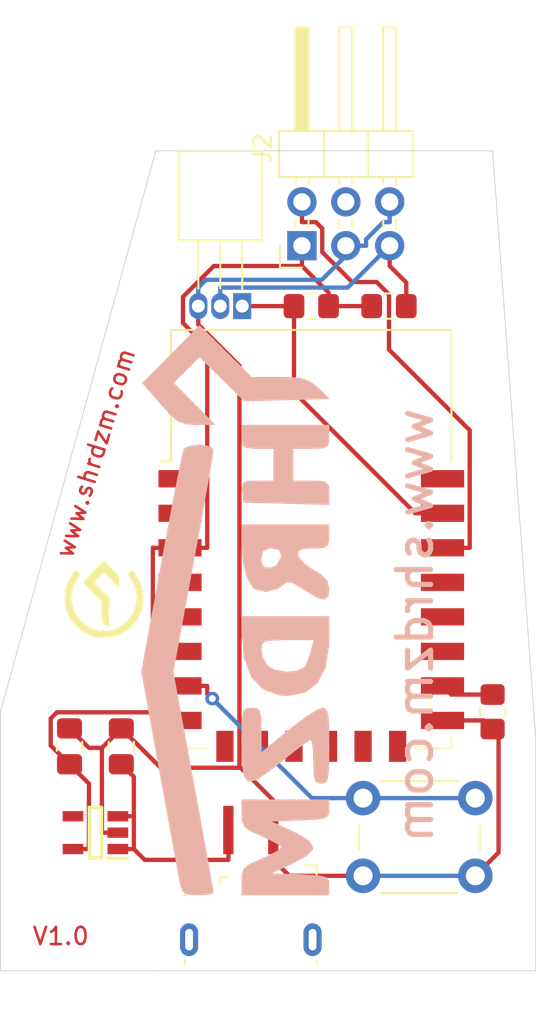
<source format=kicad_pcb>
(kicad_pcb (version 20171130) (host pcbnew "(5.1.9)-1")

  (general
    (thickness 1.6)
    (drawings 10)
    (tracks 94)
    (zones 0)
    (modules 13)
    (nets 26)
  )

  (page A4)
  (layers
    (0 F.Cu signal)
    (31 B.Cu signal)
    (32 B.Adhes user)
    (33 F.Adhes user)
    (34 B.Paste user)
    (35 F.Paste user)
    (36 B.SilkS user)
    (37 F.SilkS user)
    (38 B.Mask user)
    (39 F.Mask user)
    (40 Dwgs.User user)
    (41 Cmts.User user)
    (42 Eco1.User user)
    (43 Eco2.User user)
    (44 Edge.Cuts user)
    (45 Margin user)
    (46 B.CrtYd user)
    (47 F.CrtYd user)
    (48 B.Fab user)
    (49 F.Fab user)
  )

  (setup
    (last_trace_width 0.25)
    (trace_clearance 0.2)
    (zone_clearance 0.508)
    (zone_45_only no)
    (trace_min 0.2)
    (via_size 0.8)
    (via_drill 0.4)
    (via_min_size 0.4)
    (via_min_drill 0.3)
    (uvia_size 0.3)
    (uvia_drill 0.1)
    (uvias_allowed no)
    (uvia_min_size 0.2)
    (uvia_min_drill 0.1)
    (edge_width 0.05)
    (segment_width 0.2)
    (pcb_text_width 0.3)
    (pcb_text_size 1.5 1.5)
    (mod_edge_width 0.12)
    (mod_text_size 1 1)
    (mod_text_width 0.15)
    (pad_size 1.524 1.524)
    (pad_drill 0.762)
    (pad_to_mask_clearance 0)
    (aux_axis_origin 0 0)
    (visible_elements 7FFFFFFF)
    (pcbplotparams
      (layerselection 0x010f0_ffffffff)
      (usegerberextensions false)
      (usegerberattributes false)
      (usegerberadvancedattributes false)
      (creategerberjobfile true)
      (excludeedgelayer true)
      (linewidth 0.100000)
      (plotframeref false)
      (viasonmask false)
      (mode 1)
      (useauxorigin false)
      (hpglpennumber 1)
      (hpglpenspeed 20)
      (hpglpendiameter 15.000000)
      (psnegative false)
      (psa4output false)
      (plotreference true)
      (plotvalue true)
      (plotinvisibletext false)
      (padsonsilk false)
      (subtractmaskfromsilk false)
      (outputformat 1)
      (mirror false)
      (drillshape 0)
      (scaleselection 1)
      (outputdirectory "Gerber/"))
  )

  (net 0 "")
  (net 1 GND)
  (net 2 +5V)
  (net 3 +3V3)
  (net 4 "Net-(J2-Pad2)")
  (net 5 "Net-(J2-Pad4)")
  (net 6 "Net-(J2-Pad5)")
  (net 7 "Net-(Q1-Pad1)")
  (net 8 "Net-(R3-Pad2)")
  (net 9 "Net-(SW1-Pad1)")
  (net 10 "Net-(U2-Pad1)")
  (net 11 "Net-(U2-Pad2)")
  (net 12 "Net-(U2-Pad4)")
  (net 13 "Net-(U2-Pad5)")
  (net 14 "Net-(U2-Pad6)")
  (net 15 "Net-(U2-Pad9)")
  (net 16 "Net-(U2-Pad10)")
  (net 17 "Net-(U2-Pad11)")
  (net 18 "Net-(U2-Pad12)")
  (net 19 "Net-(U2-Pad13)")
  (net 20 "Net-(U2-Pad14)")
  (net 21 "Net-(U2-Pad17)")
  (net 22 "Net-(U2-Pad18)")
  (net 23 "Net-(U2-Pad19)")
  (net 24 "Net-(U2-Pad22)")
  (net 25 "Net-(IC1-Pad4)")

  (net_class Default "This is the default net class."
    (clearance 0.2)
    (trace_width 0.25)
    (via_dia 0.8)
    (via_drill 0.4)
    (uvia_dia 0.3)
    (uvia_drill 0.1)
    (add_net +3V3)
    (add_net +5V)
    (add_net GND)
    (add_net "Net-(IC1-Pad4)")
    (add_net "Net-(J2-Pad2)")
    (add_net "Net-(J2-Pad4)")
    (add_net "Net-(J2-Pad5)")
    (add_net "Net-(Q1-Pad1)")
    (add_net "Net-(R3-Pad2)")
    (add_net "Net-(SW1-Pad1)")
    (add_net "Net-(U2-Pad1)")
    (add_net "Net-(U2-Pad10)")
    (add_net "Net-(U2-Pad11)")
    (add_net "Net-(U2-Pad12)")
    (add_net "Net-(U2-Pad13)")
    (add_net "Net-(U2-Pad14)")
    (add_net "Net-(U2-Pad17)")
    (add_net "Net-(U2-Pad18)")
    (add_net "Net-(U2-Pad19)")
    (add_net "Net-(U2-Pad2)")
    (add_net "Net-(U2-Pad22)")
    (add_net "Net-(U2-Pad4)")
    (add_net "Net-(U2-Pad5)")
    (add_net "Net-(U2-Pad6)")
    (add_net "Net-(U2-Pad9)")
  )

  (module Package_TO_SOT_THT:TO-92_Inline_Horizontal1 (layer F.Cu) (tedit 5A27990F) (tstamp 605471D9)
    (at 66.5 47.5 180)
    (descr "TO-92 horizontal, leads in-line, narrow, oval pads, drill 0.75mm (see NXP sot054_po.pdf)")
    (tags "to-92 sc-43 sc-43a sot54 PA33 transistor")
    (path /6059183E)
    (fp_text reference Q1 (at 1.27 -1.78) (layer F.SilkS) hide
      (effects (font (size 1 1) (thickness 0.15)))
    )
    (fp_text value BC547 (at 1.27 10.03) (layer F.Fab)
      (effects (font (size 1 1) (thickness 0.15)))
    )
    (fp_line (start 2.54 3.94) (end 2.54 1.02) (layer F.Fab) (width 0.1))
    (fp_line (start 1.27 3.94) (end 1.27 1.02) (layer F.Fab) (width 0.1))
    (fp_line (start 0 3.94) (end 0 1.02) (layer F.Fab) (width 0.1))
    (fp_line (start -1.02 8.89) (end -1.02 3.94) (layer F.Fab) (width 0.1))
    (fp_line (start -1.02 3.94) (end 3.56 3.94) (layer F.Fab) (width 0.1))
    (fp_line (start 3.56 3.94) (end 3.56 8.89) (layer F.Fab) (width 0.1))
    (fp_line (start 3.56 8.89) (end -1.02 8.89) (layer F.Fab) (width 0.1))
    (fp_line (start 0 1.02) (end 0 3.81) (layer F.SilkS) (width 0.12))
    (fp_line (start 1.27 1.02) (end 1.27 3.81) (layer F.SilkS) (width 0.12))
    (fp_line (start 2.54 1.02) (end 2.54 3.81) (layer F.SilkS) (width 0.12))
    (fp_line (start -1.13 3.81) (end 3.67 3.81) (layer F.SilkS) (width 0.12))
    (fp_line (start 3.67 3.81) (end 3.67 9) (layer F.SilkS) (width 0.12))
    (fp_line (start 3.67 9) (end -1.13 9) (layer F.SilkS) (width 0.12))
    (fp_line (start -1.13 9) (end -1.13 3.81) (layer F.SilkS) (width 0.12))
    (fp_line (start -1.27 -1) (end 3.81 -1) (layer F.CrtYd) (width 0.05))
    (fp_line (start -1.27 -1) (end -1.27 9.14) (layer F.CrtYd) (width 0.05))
    (fp_line (start 3.81 9.14) (end 3.81 -1) (layer F.CrtYd) (width 0.05))
    (fp_line (start 3.81 9.14) (end -1.27 9.14) (layer F.CrtYd) (width 0.05))
    (fp_text user %R (at 1.27 6.4) (layer F.Fab)
      (effects (font (size 1 1) (thickness 0.15)))
    )
    (pad 1 thru_hole rect (at 0 0 180) (size 1.05 1.5) (drill 0.75) (layers *.Cu *.Mask)
      (net 7 "Net-(Q1-Pad1)"))
    (pad 3 thru_hole oval (at 2.54 0 180) (size 1.05 1.5) (drill 0.75) (layers *.Cu *.Mask)
      (net 1 GND))
    (pad 2 thru_hole oval (at 1.27 0 180) (size 1.05 1.5) (drill 0.75) (layers *.Cu *.Mask)
      (net 6 "Net-(J2-Pad5)"))
    (model ${KISYS3DMOD}/Package_TO_SOT_THT.3dshapes/TO-92_Inline_Horizontal1.wrl
      (at (xyz 0 0 0))
      (scale (xyz 1 1 1))
      (rotate (xyz 0 0 0))
    )
  )

  (module SHRDZM:USB_Micro-B_Power (layer F.Cu) (tedit 6055B067) (tstamp 60561B2C)
    (at 67 83)
    (tags "Micro-USB Power")
    (path /605D392E)
    (attr smd)
    (fp_text reference J1 (at 0.05 -7.3) (layer F.SilkS) hide
      (effects (font (size 1 1) (thickness 0.15)))
    )
    (fp_text value USB_B_Micro_Power (at 0 5.2) (layer F.Fab)
      (effects (font (size 1 1) (thickness 0.15)))
    )
    (fp_line (start -1.1 -2.16) (end -1.1 -1.95) (layer F.Fab) (width 0.1))
    (fp_line (start -1.5 -2.16) (end -1.5 -1.95) (layer F.Fab) (width 0.1))
    (fp_line (start -1.5 -2.16) (end -1.1 -2.16) (layer F.Fab) (width 0.1))
    (fp_line (start -1.1 -1.95) (end -1.3 -1.75) (layer F.Fab) (width 0.1))
    (fp_line (start -1.3 -1.75) (end -1.5 -1.95) (layer F.Fab) (width 0.1))
    (fp_line (start -1.76 -2.41) (end -1.76 -2.02) (layer F.SilkS) (width 0.12))
    (fp_line (start -1.76 -2.41) (end -1.31 -2.41) (layer F.SilkS) (width 0.12))
    (fp_line (start 3.775 -3.1) (end 3.125 -3.1) (layer F.SilkS) (width 0.12))
    (fp_line (start 3.81 -1.37) (end 3.81 -3.1) (layer F.SilkS) (width 0.12))
    (fp_line (start -3.81 2.59) (end -3.81 2.38) (layer F.SilkS) (width 0.12))
    (fp_line (start -3.7 3.95) (end -3.7 -1.6) (layer F.Fab) (width 0.1))
    (fp_line (start -3.7 -1.6) (end 3.7 -1.6) (layer F.Fab) (width 0.1))
    (fp_line (start -3.7 3.95) (end 3.7 3.95) (layer F.Fab) (width 0.1))
    (fp_line (start -3 2.65) (end 3 2.65) (layer F.Fab) (width 0.1))
    (fp_line (start 3.7 3.95) (end 3.7 -1.6) (layer F.Fab) (width 0.1))
    (fp_line (start 3.81 2.59) (end 3.81 2.38) (layer F.SilkS) (width 0.12))
    (fp_line (start -3.81 -1.37) (end -3.81 -3.1) (layer F.SilkS) (width 0.12))
    (fp_line (start -3.7 -3.1) (end -3.04 -3.1) (layer F.SilkS) (width 0.12))
    (fp_line (start -4.6 4.45) (end -4.6 -2.65) (layer F.CrtYd) (width 0.05))
    (fp_line (start -4.6 -2.65) (end 4.6 -2.65) (layer F.CrtYd) (width 0.05))
    (fp_line (start 4.6 -2.65) (end 4.6 4.45) (layer F.CrtYd) (width 0.05))
    (fp_line (start -4.6 4.45) (end 4.6 4.45) (layer F.CrtYd) (width 0.05))
    (fp_text user %R (at 0 0.85) (layer F.Fab)
      (effects (font (size 1 1) (thickness 0.15)))
    )
    (pad 1 smd rect (at -1.3 -5.15) (size 0.6 2.8) (layers F.Cu F.Paste F.Mask)
      (net 2 +5V))
    (pad 5 smd rect (at 1.3 -5.15) (size 0.6 2.8) (layers F.Cu F.Paste F.Mask)
      (net 1 GND))
    (pad "" thru_hole oval (at -3.575 1.2 180) (size 1.05 1.9) (drill oval 0.45 1.25) (layers *.Cu *.Mask))
    (pad "" thru_hole oval (at 3.575 1.2) (size 1.05 1.9) (drill oval 0.45 1.25) (layers *.Cu *.Mask))
    (model C:/Users/Erich/Nextcloud/Diverses/KiCAD/model/USB_Micro-B_Power.wrl
      (at (xyz 0 0 0))
      (scale (xyz 1 1 1))
      (rotate (xyz 0 0 0))
    )
  )

  (module "SHRDZM:SHRDZM Symbol 5x5" (layer F.Cu) (tedit 0) (tstamp 60550FF7)
    (at 58.5 64.5)
    (fp_text reference G1 (at 0 0) (layer F.SilkS) hide
      (effects (font (size 1.524 1.524) (thickness 0.3)))
    )
    (fp_text value LOGO (at 0.75 0) (layer F.SilkS) hide
      (effects (font (size 1.524 1.524) (thickness 0.3)))
    )
    (fp_poly (pts (xy -1.506686 -1.625883) (xy -1.503334 -1.622852) (xy -1.398724 -1.505223) (xy -1.412956 -1.400282)
      (xy -1.469728 -1.316374) (xy -1.75387 -0.815712) (xy -1.886962 -0.30033) (xy -1.870112 0.211618)
      (xy -1.704429 0.701978) (xy -1.391021 1.152595) (xy -1.314082 1.233002) (xy -0.864498 1.5863)
      (xy -0.389162 1.785985) (xy 0.097619 1.832058) (xy 0.581538 1.724518) (xy 1.048286 1.463366)
      (xy 1.314081 1.233002) (xy 1.655709 0.792086) (xy 1.849824 0.307945) (xy 1.895319 -0.201268)
      (xy 1.791085 -0.717399) (xy 1.536013 -1.222293) (xy 1.469727 -1.316374) (xy 1.392661 -1.44994)
      (xy 1.429417 -1.550408) (xy 1.503333 -1.622852) (xy 1.595643 -1.694892) (xy 1.669653 -1.693628)
      (xy 1.758787 -1.598696) (xy 1.896469 -1.389728) (xy 1.903109 -1.379261) (xy 2.154504 -0.894106)
      (xy 2.275576 -0.412973) (xy 2.281585 0.121397) (xy 2.159228 0.698) (xy 1.896881 1.216996)
      (xy 1.509151 1.656847) (xy 1.010647 1.996013) (xy 1.009923 1.996385) (xy 0.657971 2.119791)
      (xy 0.226438 2.189529) (xy -0.218985 2.201228) (xy -0.612607 2.150515) (xy -0.738348 2.112708)
      (xy -1.277564 1.834626) (xy -1.717995 1.449179) (xy -2.044617 0.977102) (xy -2.242407 0.439127)
      (xy -2.297949 -0.039688) (xy -2.260217 -0.53047) (xy -2.125067 -0.969971) (xy -1.902146 -1.380781)
      (xy -1.762284 -1.59393) (xy -1.672115 -1.692258) (xy -1.598096 -1.696122) (xy -1.506686 -1.625883)) (layer F.SilkS) (width 0.01))
    (fp_poly (pts (xy 0.436196 -1.825987) (xy 0.66022 -1.596669) (xy 0.791224 -1.429677) (xy 0.853769 -1.280676)
      (xy 0.872417 -1.105331) (xy 0.873125 -1.037298) (xy 0.873125 -0.680111) (xy 0.43736 -1.110462)
      (xy 0.001596 -1.540814) (xy -0.278011 -1.269809) (xy -0.557617 -0.998804) (xy 0.322975 -0.108926)
      (xy 0.300394 0.784464) (xy 0.277812 1.677854) (xy 0.059531 1.44974) (xy -0.057965 1.309741)
      (xy -0.123848 1.16476) (xy -0.15261 0.9629) (xy -0.15875 0.668051) (xy -0.15875 0.114476)
      (xy -0.674688 -0.396875) (xy -0.902046 -0.630826) (xy -1.078259 -0.828545) (xy -1.177694 -0.960471)
      (xy -1.190625 -0.991882) (xy -1.137382 -1.079261) (xy -0.993484 -1.249778) (xy -0.782674 -1.476507)
      (xy -0.595679 -1.666512) (xy -0.000732 -2.257487) (xy 0.436196 -1.825987)) (layer F.SilkS) (width 0.01))
  )

  (module Resistor_SMD:R_0805_2012Metric_Pad1.20x1.40mm_HandSolder (layer F.Cu) (tedit 5F68FEEE) (tstamp 6054FC80)
    (at 81 71 90)
    (descr "Resistor SMD 0805 (2012 Metric), square (rectangular) end terminal, IPC_7351 nominal with elongated pad for handsoldering. (Body size source: IPC-SM-782 page 72, https://www.pcb-3d.com/wordpress/wp-content/uploads/ipc-sm-782a_amendment_1_and_2.pdf), generated with kicad-footprint-generator")
    (tags "resistor handsolder")
    (path /60596A0F)
    (attr smd)
    (fp_text reference R3 (at 0 -1.65 90) (layer F.SilkS) hide
      (effects (font (size 1 1) (thickness 0.15)))
    )
    (fp_text value 10k (at 0 1.65 90) (layer F.Fab)
      (effects (font (size 1 1) (thickness 0.15)))
    )
    (fp_line (start -1 0.625) (end -1 -0.625) (layer F.Fab) (width 0.1))
    (fp_line (start -1 -0.625) (end 1 -0.625) (layer F.Fab) (width 0.1))
    (fp_line (start 1 -0.625) (end 1 0.625) (layer F.Fab) (width 0.1))
    (fp_line (start 1 0.625) (end -1 0.625) (layer F.Fab) (width 0.1))
    (fp_line (start -0.227064 -0.735) (end 0.227064 -0.735) (layer F.SilkS) (width 0.12))
    (fp_line (start -0.227064 0.735) (end 0.227064 0.735) (layer F.SilkS) (width 0.12))
    (fp_line (start -1.85 0.95) (end -1.85 -0.95) (layer F.CrtYd) (width 0.05))
    (fp_line (start -1.85 -0.95) (end 1.85 -0.95) (layer F.CrtYd) (width 0.05))
    (fp_line (start 1.85 -0.95) (end 1.85 0.95) (layer F.CrtYd) (width 0.05))
    (fp_line (start 1.85 0.95) (end -1.85 0.95) (layer F.CrtYd) (width 0.05))
    (fp_text user %R (at 0 0 90) (layer F.Fab)
      (effects (font (size 0.5 0.5) (thickness 0.08)))
    )
    (pad 2 smd roundrect (at 1 0 90) (size 1.2 1.4) (layers F.Cu F.Paste F.Mask) (roundrect_rratio 0.2083325)
      (net 8 "Net-(R3-Pad2)"))
    (pad 1 smd roundrect (at -1 0 90) (size 1.2 1.4) (layers F.Cu F.Paste F.Mask) (roundrect_rratio 0.2083325)
      (net 1 GND))
    (model ${KISYS3DMOD}/Resistor_SMD.3dshapes/R_0805_2012Metric.wrl
      (at (xyz 0 0 0))
      (scale (xyz 1 1 1))
      (rotate (xyz 0 0 0))
    )
  )

  (module Resistor_SMD:R_0805_2012Metric_Pad1.20x1.40mm_HandSolder (layer F.Cu) (tedit 5F68FEEE) (tstamp 605471FB)
    (at 75 47.5 180)
    (descr "Resistor SMD 0805 (2012 Metric), square (rectangular) end terminal, IPC_7351 nominal with elongated pad for handsoldering. (Body size source: IPC-SM-782 page 72, https://www.pcb-3d.com/wordpress/wp-content/uploads/ipc-sm-782a_amendment_1_and_2.pdf), generated with kicad-footprint-generator")
    (tags "resistor handsolder")
    (path /605543CB)
    (attr smd)
    (fp_text reference R2 (at 0 -1.65) (layer F.SilkS) hide
      (effects (font (size 1 1) (thickness 0.15)))
    )
    (fp_text value 10k (at 0 1.65) (layer F.Fab)
      (effects (font (size 1 1) (thickness 0.15)))
    )
    (fp_line (start -1 0.625) (end -1 -0.625) (layer F.Fab) (width 0.1))
    (fp_line (start -1 -0.625) (end 1 -0.625) (layer F.Fab) (width 0.1))
    (fp_line (start 1 -0.625) (end 1 0.625) (layer F.Fab) (width 0.1))
    (fp_line (start 1 0.625) (end -1 0.625) (layer F.Fab) (width 0.1))
    (fp_line (start -0.227064 -0.735) (end 0.227064 -0.735) (layer F.SilkS) (width 0.12))
    (fp_line (start -0.227064 0.735) (end 0.227064 0.735) (layer F.SilkS) (width 0.12))
    (fp_line (start -1.85 0.95) (end -1.85 -0.95) (layer F.CrtYd) (width 0.05))
    (fp_line (start -1.85 -0.95) (end 1.85 -0.95) (layer F.CrtYd) (width 0.05))
    (fp_line (start 1.85 -0.95) (end 1.85 0.95) (layer F.CrtYd) (width 0.05))
    (fp_line (start 1.85 0.95) (end -1.85 0.95) (layer F.CrtYd) (width 0.05))
    (fp_text user %R (at 0 0) (layer F.Fab)
      (effects (font (size 0.5 0.5) (thickness 0.08)))
    )
    (pad 2 smd roundrect (at 1 0 180) (size 1.2 1.4) (layers F.Cu F.Paste F.Mask) (roundrect_rratio 0.2083325)
      (net 3 +3V3))
    (pad 1 smd roundrect (at -1 0 180) (size 1.2 1.4) (layers F.Cu F.Paste F.Mask) (roundrect_rratio 0.2083325)
      (net 6 "Net-(J2-Pad5)"))
    (model ${KISYS3DMOD}/Resistor_SMD.3dshapes/R_0805_2012Metric.wrl
      (at (xyz 0 0 0))
      (scale (xyz 1 1 1))
      (rotate (xyz 0 0 0))
    )
  )

  (module Resistor_SMD:R_0805_2012Metric_Pad1.20x1.40mm_HandSolder (layer F.Cu) (tedit 5F68FEEE) (tstamp 605471EA)
    (at 70.5 47.5 180)
    (descr "Resistor SMD 0805 (2012 Metric), square (rectangular) end terminal, IPC_7351 nominal with elongated pad for handsoldering. (Body size source: IPC-SM-782 page 72, https://www.pcb-3d.com/wordpress/wp-content/uploads/ipc-sm-782a_amendment_1_and_2.pdf), generated with kicad-footprint-generator")
    (tags "resistor handsolder")
    (path /6054E299)
    (attr smd)
    (fp_text reference R1 (at 0 -1.65) (layer F.SilkS) hide
      (effects (font (size 1 1) (thickness 0.15)))
    )
    (fp_text value 10k (at 0 1.65) (layer F.Fab)
      (effects (font (size 1 1) (thickness 0.15)))
    )
    (fp_line (start -1 0.625) (end -1 -0.625) (layer F.Fab) (width 0.1))
    (fp_line (start -1 -0.625) (end 1 -0.625) (layer F.Fab) (width 0.1))
    (fp_line (start 1 -0.625) (end 1 0.625) (layer F.Fab) (width 0.1))
    (fp_line (start 1 0.625) (end -1 0.625) (layer F.Fab) (width 0.1))
    (fp_line (start -0.227064 -0.735) (end 0.227064 -0.735) (layer F.SilkS) (width 0.12))
    (fp_line (start -0.227064 0.735) (end 0.227064 0.735) (layer F.SilkS) (width 0.12))
    (fp_line (start -1.85 0.95) (end -1.85 -0.95) (layer F.CrtYd) (width 0.05))
    (fp_line (start -1.85 -0.95) (end 1.85 -0.95) (layer F.CrtYd) (width 0.05))
    (fp_line (start 1.85 -0.95) (end 1.85 0.95) (layer F.CrtYd) (width 0.05))
    (fp_line (start 1.85 0.95) (end -1.85 0.95) (layer F.CrtYd) (width 0.05))
    (fp_text user %R (at 0 0) (layer F.Fab)
      (effects (font (size 0.5 0.5) (thickness 0.08)))
    )
    (pad 2 smd roundrect (at 1 0 180) (size 1.2 1.4) (layers F.Cu F.Paste F.Mask) (roundrect_rratio 0.2083325)
      (net 7 "Net-(Q1-Pad1)"))
    (pad 1 smd roundrect (at -1 0 180) (size 1.2 1.4) (layers F.Cu F.Paste F.Mask) (roundrect_rratio 0.2083325)
      (net 3 +3V3))
    (model ${KISYS3DMOD}/Resistor_SMD.3dshapes/R_0805_2012Metric.wrl
      (at (xyz 0 0 0))
      (scale (xyz 1 1 1))
      (rotate (xyz 0 0 0))
    )
  )

  (module RF_Module:ESP-12E (layer F.Cu) (tedit 5A030172) (tstamp 6054727C)
    (at 70.5 61)
    (descr "Wi-Fi Module, http://wiki.ai-thinker.com/_media/esp8266/docs/aithinker_esp_12f_datasheet_en.pdf")
    (tags "Wi-Fi Module")
    (path /60539BCE)
    (attr smd)
    (fp_text reference U2 (at -10.56 -5.26) (layer F.SilkS) hide
      (effects (font (size 1 1) (thickness 0.15)))
    )
    (fp_text value ESP-12F (at -0.06 -12.78) (layer F.Fab)
      (effects (font (size 1 1) (thickness 0.15)))
    )
    (fp_line (start -8 -12) (end 8 -12) (layer F.Fab) (width 0.12))
    (fp_line (start 8 -12) (end 8 12) (layer F.Fab) (width 0.12))
    (fp_line (start 8 12) (end -8 12) (layer F.Fab) (width 0.12))
    (fp_line (start -8 12) (end -8 -3) (layer F.Fab) (width 0.12))
    (fp_line (start -8 -3) (end -7.5 -3.5) (layer F.Fab) (width 0.12))
    (fp_line (start -7.5 -3.5) (end -8 -4) (layer F.Fab) (width 0.12))
    (fp_line (start -8 -4) (end -8 -12) (layer F.Fab) (width 0.12))
    (fp_line (start -9.05 -12.2) (end 9.05 -12.2) (layer F.CrtYd) (width 0.05))
    (fp_line (start 9.05 -12.2) (end 9.05 13.1) (layer F.CrtYd) (width 0.05))
    (fp_line (start 9.05 13.1) (end -9.05 13.1) (layer F.CrtYd) (width 0.05))
    (fp_line (start -9.05 13.1) (end -9.05 -12.2) (layer F.CrtYd) (width 0.05))
    (fp_line (start -8.12 -12.12) (end 8.12 -12.12) (layer F.SilkS) (width 0.12))
    (fp_line (start 8.12 -12.12) (end 8.12 -4.5) (layer F.SilkS) (width 0.12))
    (fp_line (start 8.12 11.5) (end 8.12 12.12) (layer F.SilkS) (width 0.12))
    (fp_line (start 8.12 12.12) (end 6 12.12) (layer F.SilkS) (width 0.12))
    (fp_line (start -6 12.12) (end -8.12 12.12) (layer F.SilkS) (width 0.12))
    (fp_line (start -8.12 12.12) (end -8.12 11.5) (layer F.SilkS) (width 0.12))
    (fp_line (start -8.12 -4.5) (end -8.12 -12.12) (layer F.SilkS) (width 0.12))
    (fp_line (start -8.12 -4.5) (end -8.73 -4.5) (layer F.SilkS) (width 0.12))
    (fp_line (start -8.12 -12.12) (end 8.12 -12.12) (layer Dwgs.User) (width 0.12))
    (fp_line (start 8.12 -12.12) (end 8.12 -4.8) (layer Dwgs.User) (width 0.12))
    (fp_line (start 8.12 -4.8) (end -8.12 -4.8) (layer Dwgs.User) (width 0.12))
    (fp_line (start -8.12 -4.8) (end -8.12 -12.12) (layer Dwgs.User) (width 0.12))
    (fp_line (start -8.12 -9.12) (end -5.12 -12.12) (layer Dwgs.User) (width 0.12))
    (fp_line (start -8.12 -6.12) (end -2.12 -12.12) (layer Dwgs.User) (width 0.12))
    (fp_line (start -6.44 -4.8) (end 0.88 -12.12) (layer Dwgs.User) (width 0.12))
    (fp_line (start -3.44 -4.8) (end 3.88 -12.12) (layer Dwgs.User) (width 0.12))
    (fp_line (start -0.44 -4.8) (end 6.88 -12.12) (layer Dwgs.User) (width 0.12))
    (fp_line (start 2.56 -4.8) (end 8.12 -10.36) (layer Dwgs.User) (width 0.12))
    (fp_line (start 5.56 -4.8) (end 8.12 -7.36) (layer Dwgs.User) (width 0.12))
    (fp_text user Antenna (at -0.06 -7 180) (layer Cmts.User)
      (effects (font (size 1 1) (thickness 0.15)))
    )
    (fp_text user "KEEP-OUT ZONE" (at 0.03 -9.55 180) (layer Cmts.User)
      (effects (font (size 1 1) (thickness 0.15)))
    )
    (fp_text user %R (at 0.49 -0.8) (layer F.Fab) hide
      (effects (font (size 1 1) (thickness 0.15)))
    )
    (pad 1 smd rect (at -7.6 -3.5) (size 2.5 1) (layers F.Cu F.Paste F.Mask)
      (net 10 "Net-(U2-Pad1)"))
    (pad 2 smd rect (at -7.6 -1.5) (size 2.5 1) (layers F.Cu F.Paste F.Mask)
      (net 11 "Net-(U2-Pad2)"))
    (pad 3 smd rect (at -7.6 0.5) (size 2.5 1) (layers F.Cu F.Paste F.Mask)
      (net 3 +3V3))
    (pad 4 smd rect (at -7.6 2.5) (size 2.5 1) (layers F.Cu F.Paste F.Mask)
      (net 12 "Net-(U2-Pad4)"))
    (pad 5 smd rect (at -7.6 4.5) (size 2.5 1) (layers F.Cu F.Paste F.Mask)
      (net 13 "Net-(U2-Pad5)"))
    (pad 6 smd rect (at -7.6 6.5) (size 2.5 1) (layers F.Cu F.Paste F.Mask)
      (net 14 "Net-(U2-Pad6)"))
    (pad 7 smd rect (at -7.6 8.5) (size 2.5 1) (layers F.Cu F.Paste F.Mask)
      (net 9 "Net-(SW1-Pad1)"))
    (pad 8 smd rect (at -7.6 10.5) (size 2.5 1) (layers F.Cu F.Paste F.Mask)
      (net 3 +3V3))
    (pad 9 smd rect (at -5 12) (size 1 1.8) (layers F.Cu F.Paste F.Mask)
      (net 15 "Net-(U2-Pad9)"))
    (pad 10 smd rect (at -3 12) (size 1 1.8) (layers F.Cu F.Paste F.Mask)
      (net 16 "Net-(U2-Pad10)"))
    (pad 11 smd rect (at -1 12) (size 1 1.8) (layers F.Cu F.Paste F.Mask)
      (net 17 "Net-(U2-Pad11)"))
    (pad 12 smd rect (at 1 12) (size 1 1.8) (layers F.Cu F.Paste F.Mask)
      (net 18 "Net-(U2-Pad12)"))
    (pad 13 smd rect (at 3 12) (size 1 1.8) (layers F.Cu F.Paste F.Mask)
      (net 19 "Net-(U2-Pad13)"))
    (pad 14 smd rect (at 5 12) (size 1 1.8) (layers F.Cu F.Paste F.Mask)
      (net 20 "Net-(U2-Pad14)"))
    (pad 15 smd rect (at 7.6 10.5) (size 2.5 1) (layers F.Cu F.Paste F.Mask)
      (net 1 GND))
    (pad 16 smd rect (at 7.6 8.5) (size 2.5 1) (layers F.Cu F.Paste F.Mask)
      (net 8 "Net-(R3-Pad2)"))
    (pad 17 smd rect (at 7.6 6.5) (size 2.5 1) (layers F.Cu F.Paste F.Mask)
      (net 21 "Net-(U2-Pad17)"))
    (pad 18 smd rect (at 7.6 4.5) (size 2.5 1) (layers F.Cu F.Paste F.Mask)
      (net 22 "Net-(U2-Pad18)"))
    (pad 19 smd rect (at 7.6 2.5) (size 2.5 1) (layers F.Cu F.Paste F.Mask)
      (net 23 "Net-(U2-Pad19)"))
    (pad 20 smd rect (at 7.6 0.5) (size 2.5 1) (layers F.Cu F.Paste F.Mask)
      (net 4 "Net-(J2-Pad2)"))
    (pad 21 smd rect (at 7.6 -1.5) (size 2.5 1) (layers F.Cu F.Paste F.Mask)
      (net 7 "Net-(Q1-Pad1)"))
    (pad 22 smd rect (at 7.6 -3.5) (size 2.5 1) (layers F.Cu F.Paste F.Mask)
      (net 24 "Net-(U2-Pad22)"))
    (model ${KISYS3DMOD}/RF_Module.3dshapes/ESP-12E.wrl
      (at (xyz 0 0 0))
      (scale (xyz 1 1 1))
      (rotate (xyz 0 0 0))
    )
  )

  (module "SHRDZM:SHRDZM 33x11" (layer B.Cu) (tedit 0) (tstamp 6054BFB9)
    (at 66 65 270)
    (attr smd)
    (fp_text reference G2 (at 0 0 90) (layer B.SilkS) hide
      (effects (font (size 1.524 1.524) (thickness 0.3)) (justify mirror))
    )
    (fp_text value LOGO (at 0.75 0 90) (layer B.SilkS) hide
      (effects (font (size 1.524 1.524) (thickness 0.3)) (justify mirror))
    )
    (fp_poly (pts (xy -11.834091 4.24028) (xy -11.189823 3.659697) (xy -10.826172 3.229197) (xy -10.663573 2.809819)
      (xy -10.622463 2.262601) (xy -10.621818 2.123008) (xy -10.621818 1.054867) (xy -11.839933 2.257851)
      (xy -13.058048 3.460834) (xy -13.801539 2.717343) (xy -14.545029 1.973852) (xy -13.267906 0.683262)
      (xy -11.990782 -0.607328) (xy -12.056755 -3.090599) (xy -12.122727 -5.573871) (xy -12.757727 -4.910209)
      (xy -13.100825 -4.500821) (xy -13.292543 -4.07639) (xy -13.37559 -3.484816) (xy -13.392727 -2.648614)
      (xy -13.392727 -1.05068) (xy -14.893628 0.461811) (xy -16.39453 1.974302) (xy -13.046364 5.289412)
      (xy -11.834091 4.24028)) (layer B.SilkS) (width 0.01))
    (fp_poly (pts (xy -9.484909 -0.498292) (xy -9.287451 -0.695944) (xy -9.237457 -1.187122) (xy -9.236364 -1.385454)
      (xy -9.236364 -2.309091) (xy -7.389091 -2.309091) (xy -7.389091 -1.370117) (xy -7.364956 -0.775193)
      (xy -7.233747 -0.521424) (xy -6.907262 -0.488531) (xy -6.754091 -0.504208) (xy -6.119091 -0.577272)
      (xy -6.053552 -3.059545) (xy -5.988012 -5.541818) (xy -6.688552 -5.541818) (xy -7.119278 -5.512352)
      (xy -7.32328 -5.340367) (xy -7.385084 -4.900487) (xy -7.389091 -4.502727) (xy -7.389091 -3.463636)
      (xy -9.236364 -3.463636) (xy -9.236364 -4.502727) (xy -9.256445 -5.14168) (xy -9.37239 -5.444309)
      (xy -9.667753 -5.535944) (xy -9.929091 -5.541818) (xy -10.621818 -5.541818) (xy -10.621818 -0.461818)
      (xy -9.929091 -0.461818) (xy -9.484909 -0.498292)) (layer B.SilkS) (width 0.01))
    (fp_poly (pts (xy -2.642837 -0.546235) (xy -1.764684 -0.776401) (xy -1.193038 -1.117685) (xy -1.105054 -1.226718)
      (xy -0.93439 -1.882505) (xy -1.127254 -2.569532) (xy -1.290102 -2.793121) (xy -1.491165 -3.07761)
      (xy -1.479224 -3.371679) (xy -1.227204 -3.825884) (xy -1.059193 -4.077178) (xy -0.615248 -4.812785)
      (xy -0.49648 -5.268546) (xy -0.704158 -5.493792) (xy -1.096818 -5.541194) (xy -1.58461 -5.436356)
      (xy -1.972164 -5.051108) (xy -2.193636 -4.67801) (xy -2.572771 -4.120334) (xy -2.957725 -3.777117)
      (xy -3.059545 -3.738066) (xy -3.321578 -3.769813) (xy -3.439795 -4.068632) (xy -3.463636 -4.60125)
      (xy -3.489728 -5.200492) (xy -3.632454 -5.469616) (xy -3.988494 -5.539887) (xy -4.156364 -5.541818)
      (xy -4.849091 -5.541818) (xy -4.849091 -2.209696) (xy -3.463636 -2.209696) (xy -3.388255 -2.642177)
      (xy -3.083953 -2.743785) (xy -2.944091 -2.729241) (xy -2.477274 -2.466292) (xy -2.350758 -2.135909)
      (xy -2.38173 -1.747837) (xy -2.711239 -1.621022) (xy -2.870304 -1.616363) (xy -3.316807 -1.70486)
      (xy -3.459257 -2.062941) (xy -3.463636 -2.209696) (xy -4.849091 -2.209696) (xy -4.849091 -0.461818)
      (xy -3.709578 -0.461818) (xy -2.642837 -0.546235)) (layer B.SilkS) (width 0.01))
    (fp_poly (pts (xy 1.443182 -0.463106) (xy 2.892018 -0.603587) (xy 3.980493 -1.017315) (xy 4.701492 -1.699123)
      (xy 5.0479 -2.64384) (xy 5.08 -3.104872) (xy 4.899507 -4.116709) (xy 4.354574 -4.8559)
      (xy 3.440015 -5.326202) (xy 2.150647 -5.53137) (xy 1.716786 -5.541818) (xy 0.461818 -5.541818)
      (xy 0.461818 -3.121672) (xy 1.847273 -3.121672) (xy 1.847273 -4.62698) (xy 2.482273 -4.475287)
      (xy 3.058327 -4.283473) (xy 3.405909 -4.09625) (xy 3.632366 -3.669201) (xy 3.681523 -3.027147)
      (xy 3.560684 -2.378403) (xy 3.331688 -1.97922) (xy 2.816415 -1.68904) (xy 2.408052 -1.616363)
      (xy 2.106819 -1.64469) (xy 1.938836 -1.799044) (xy 1.865337 -2.183485) (xy 1.847557 -2.902073)
      (xy 1.847273 -3.121672) (xy 0.461818 -3.121672) (xy 0.461818 -0.461818) (xy 1.443182 -0.463106)) (layer B.SilkS) (width 0.01))
    (fp_poly (pts (xy 9.012665 -0.486845) (xy 9.733746 -0.59657) (xy 10.04551 -0.842964) (xy 9.972067 -1.277993)
      (xy 9.537529 -1.953626) (xy 8.915182 -2.740129) (xy 8.337411 -3.461922) (xy 7.892447 -4.04747)
      (xy 7.647299 -4.407237) (xy 7.62 -4.470704) (xy 7.828873 -4.551485) (xy 8.367658 -4.605052)
      (xy 8.89 -4.618181) (xy 9.623931 -4.638226) (xy 10.006267 -4.724894) (xy 10.146455 -4.917981)
      (xy 10.16 -5.08) (xy 10.126875 -5.294643) (xy 9.970391 -5.43011) (xy 9.604881 -5.504437)
      (xy 8.944679 -5.535658) (xy 7.966364 -5.541818) (xy 6.940998 -5.533022) (xy 6.293239 -5.49612)
      (xy 5.93904 -5.415343) (xy 5.794356 -5.274919) (xy 5.772727 -5.130205) (xy 5.913733 -4.773596)
      (xy 6.289794 -4.178026) (xy 6.830471 -3.450873) (xy 7.060215 -3.167477) (xy 8.347703 -1.616363)
      (xy 7.060215 -1.616363) (xy 6.326626 -1.60185) (xy 5.942405 -1.524744) (xy 5.795266 -1.334701)
      (xy 5.772727 -1.039091) (xy 5.789188 -0.766199) (xy 5.897714 -0.596586) (xy 6.18702 -0.505696)
      (xy 6.745821 -0.468969) (xy 7.662833 -0.46185) (xy 7.858156 -0.461818) (xy 9.012665 -0.486845)) (layer B.SilkS) (width 0.01))
    (fp_poly (pts (xy 12.395429 -0.496136) (xy 12.712548 -0.670983) (xy 12.97747 -1.094195) (xy 13.205401 -1.616363)
      (xy 13.499891 -2.25622) (xy 13.747657 -2.675473) (xy 13.854545 -2.770909) (xy 14.029365 -2.576068)
      (xy 14.299208 -2.074721) (xy 14.50369 -1.616363) (xy 14.806606 -0.946186) (xy 15.073805 -0.602406)
      (xy 15.426784 -0.477186) (xy 15.804476 -0.461818) (xy 16.625455 -0.461818) (xy 16.625455 -5.541818)
      (xy 16.058298 -5.541818) (xy 15.764735 -5.515048) (xy 15.589308 -5.368948) (xy 15.494585 -5.004829)
      (xy 15.443132 -4.324002) (xy 15.423298 -3.867727) (xy 15.355455 -2.193636) (xy 14.807474 -3.405909)
      (xy 14.367728 -4.212638) (xy 13.976133 -4.590872) (xy 13.854545 -4.618181) (xy 13.483463 -4.393411)
      (xy 13.058569 -3.732945) (xy 12.901617 -3.405909) (xy 12.353636 -2.193636) (xy 12.285793 -3.867727)
      (xy 12.241738 -4.731043) (xy 12.171965 -5.231377) (xy 12.039041 -5.467418) (xy 11.805533 -5.537853)
      (xy 11.650793 -5.541818) (xy 11.083636 -5.541818) (xy 11.083636 -0.461818) (xy 11.904615 -0.461818)
      (xy 12.395429 -0.496136)) (layer B.SilkS) (width 0.01))
    (fp_poly (pts (xy 9.507674 4.282939) (xy 11.126873 3.989434) (xy 12.624181 3.716941) (xy 13.930633 3.478097)
      (xy 14.977259 3.28554) (xy 15.695094 3.151906) (xy 15.990455 3.095066) (xy 16.406115 2.953097)
      (xy 16.586503 2.656263) (xy 16.625455 2.059835) (xy 16.592207 1.488044) (xy 16.509347 1.174789)
      (xy 16.47846 1.154546) (xy 16.221645 1.194824) (xy 15.57016 1.308525) (xy 14.583428 1.484945)
      (xy 13.320871 1.713382) (xy 11.84191 1.983134) (xy 10.205968 2.283497) (xy 10.013005 2.319048)
      (xy 3.694545 3.483549) (xy -2.623915 2.319048) (xy -4.281064 2.015312) (xy -5.79457 1.741111)
      (xy -7.10359 1.507211) (xy -8.14728 1.324378) (xy -8.864797 1.203378) (xy -9.1953 1.154978)
      (xy -9.204824 1.154546) (xy -9.380197 1.357546) (xy -9.465563 1.857732) (xy -9.467273 1.9491)
      (xy -9.410457 2.521007) (xy -9.271728 2.861281) (xy -9.252347 2.876486) (xy -8.977171 2.951304)
      (xy -8.307694 3.096173) (xy -7.304101 3.299185) (xy -6.026578 3.548434) (xy -4.535311 3.83201)
      (xy -2.890485 4.138006) (xy -2.688764 4.175094) (xy 3.659894 5.34087) (xy 9.507674 4.282939)) (layer B.SilkS) (width 0.01))
  )

  (module Button_Switch_THT:SW_PUSH_6mm (layer F.Cu) (tedit 5A02FE31) (tstamp 6054722B)
    (at 73.5 76)
    (descr https://www.omron.com/ecb/products/pdf/en-b3f.pdf)
    (tags "tact sw push 6mm")
    (path /60542FE7)
    (fp_text reference SW1 (at 3.25 -2) (layer F.SilkS) hide
      (effects (font (size 1 1) (thickness 0.15)))
    )
    (fp_text value SW_Push (at 3.75 6.7) (layer F.Fab)
      (effects (font (size 1 1) (thickness 0.15)))
    )
    (fp_line (start 3.25 -0.75) (end 6.25 -0.75) (layer F.Fab) (width 0.1))
    (fp_line (start 6.25 -0.75) (end 6.25 5.25) (layer F.Fab) (width 0.1))
    (fp_line (start 6.25 5.25) (end 0.25 5.25) (layer F.Fab) (width 0.1))
    (fp_line (start 0.25 5.25) (end 0.25 -0.75) (layer F.Fab) (width 0.1))
    (fp_line (start 0.25 -0.75) (end 3.25 -0.75) (layer F.Fab) (width 0.1))
    (fp_line (start 7.75 6) (end 8 6) (layer F.CrtYd) (width 0.05))
    (fp_line (start 8 6) (end 8 5.75) (layer F.CrtYd) (width 0.05))
    (fp_line (start 7.75 -1.5) (end 8 -1.5) (layer F.CrtYd) (width 0.05))
    (fp_line (start 8 -1.5) (end 8 -1.25) (layer F.CrtYd) (width 0.05))
    (fp_line (start -1.5 -1.25) (end -1.5 -1.5) (layer F.CrtYd) (width 0.05))
    (fp_line (start -1.5 -1.5) (end -1.25 -1.5) (layer F.CrtYd) (width 0.05))
    (fp_line (start -1.5 5.75) (end -1.5 6) (layer F.CrtYd) (width 0.05))
    (fp_line (start -1.5 6) (end -1.25 6) (layer F.CrtYd) (width 0.05))
    (fp_line (start -1.25 -1.5) (end 7.75 -1.5) (layer F.CrtYd) (width 0.05))
    (fp_line (start -1.5 5.75) (end -1.5 -1.25) (layer F.CrtYd) (width 0.05))
    (fp_line (start 7.75 6) (end -1.25 6) (layer F.CrtYd) (width 0.05))
    (fp_line (start 8 -1.25) (end 8 5.75) (layer F.CrtYd) (width 0.05))
    (fp_line (start 1 5.5) (end 5.5 5.5) (layer F.SilkS) (width 0.12))
    (fp_line (start -0.25 1.5) (end -0.25 3) (layer F.SilkS) (width 0.12))
    (fp_line (start 5.5 -1) (end 1 -1) (layer F.SilkS) (width 0.12))
    (fp_line (start 6.75 3) (end 6.75 1.5) (layer F.SilkS) (width 0.12))
    (fp_circle (center 3.25 2.25) (end 1.25 2.5) (layer F.Fab) (width 0.1))
    (fp_text user %R (at 3.25 -2) (layer F.Fab)
      (effects (font (size 1 1) (thickness 0.15)))
    )
    (pad 2 thru_hole circle (at 0 4.5 90) (size 2 2) (drill 1.1) (layers *.Cu *.Mask)
      (net 1 GND))
    (pad 1 thru_hole circle (at 0 0 90) (size 2 2) (drill 1.1) (layers *.Cu *.Mask)
      (net 9 "Net-(SW1-Pad1)"))
    (pad 2 thru_hole circle (at 6.5 4.5 90) (size 2 2) (drill 1.1) (layers *.Cu *.Mask)
      (net 1 GND))
    (pad 1 thru_hole circle (at 6.5 0 90) (size 2 2) (drill 1.1) (layers *.Cu *.Mask)
      (net 9 "Net-(SW1-Pad1)"))
    (model ${KISYS3DMOD}/Button_Switch_THT.3dshapes/SW_PUSH_6mm.wrl
      (at (xyz 0 0 0))
      (scale (xyz 1 1 1))
      (rotate (xyz 0 0 0))
    )
  )

  (module Connector_PinHeader_2.54mm:PinHeader_2x03_P2.54mm_Horizontal (layer F.Cu) (tedit 59FED5CB) (tstamp 6056161B)
    (at 69.96 44 90)
    (descr "Through hole angled pin header, 2x03, 2.54mm pitch, 6mm pin length, double rows")
    (tags "Through hole angled pin header THT 2x03 2.54mm double row")
    (path /6054CE2E)
    (fp_text reference J2 (at 5.655 -2.27 90) (layer F.SilkS)
      (effects (font (size 1 1) (thickness 0.15)))
    )
    (fp_text value Conn_02x03_Odd_Even (at 5.655 7.35 90) (layer F.Fab)
      (effects (font (size 1 1) (thickness 0.15)))
    )
    (fp_line (start 13.1 -1.8) (end -1.8 -1.8) (layer F.CrtYd) (width 0.05))
    (fp_line (start 13.1 6.85) (end 13.1 -1.8) (layer F.CrtYd) (width 0.05))
    (fp_line (start -1.8 6.85) (end 13.1 6.85) (layer F.CrtYd) (width 0.05))
    (fp_line (start -1.8 -1.8) (end -1.8 6.85) (layer F.CrtYd) (width 0.05))
    (fp_line (start -1.27 -1.27) (end 0 -1.27) (layer F.SilkS) (width 0.12))
    (fp_line (start -1.27 0) (end -1.27 -1.27) (layer F.SilkS) (width 0.12))
    (fp_line (start 1.042929 5.46) (end 1.497071 5.46) (layer F.SilkS) (width 0.12))
    (fp_line (start 1.042929 4.7) (end 1.497071 4.7) (layer F.SilkS) (width 0.12))
    (fp_line (start 3.582929 5.46) (end 3.98 5.46) (layer F.SilkS) (width 0.12))
    (fp_line (start 3.582929 4.7) (end 3.98 4.7) (layer F.SilkS) (width 0.12))
    (fp_line (start 12.64 5.46) (end 6.64 5.46) (layer F.SilkS) (width 0.12))
    (fp_line (start 12.64 4.7) (end 12.64 5.46) (layer F.SilkS) (width 0.12))
    (fp_line (start 6.64 4.7) (end 12.64 4.7) (layer F.SilkS) (width 0.12))
    (fp_line (start 3.98 3.81) (end 6.64 3.81) (layer F.SilkS) (width 0.12))
    (fp_line (start 1.042929 2.92) (end 1.497071 2.92) (layer F.SilkS) (width 0.12))
    (fp_line (start 1.042929 2.16) (end 1.497071 2.16) (layer F.SilkS) (width 0.12))
    (fp_line (start 3.582929 2.92) (end 3.98 2.92) (layer F.SilkS) (width 0.12))
    (fp_line (start 3.582929 2.16) (end 3.98 2.16) (layer F.SilkS) (width 0.12))
    (fp_line (start 12.64 2.92) (end 6.64 2.92) (layer F.SilkS) (width 0.12))
    (fp_line (start 12.64 2.16) (end 12.64 2.92) (layer F.SilkS) (width 0.12))
    (fp_line (start 6.64 2.16) (end 12.64 2.16) (layer F.SilkS) (width 0.12))
    (fp_line (start 3.98 1.27) (end 6.64 1.27) (layer F.SilkS) (width 0.12))
    (fp_line (start 1.11 0.38) (end 1.497071 0.38) (layer F.SilkS) (width 0.12))
    (fp_line (start 1.11 -0.38) (end 1.497071 -0.38) (layer F.SilkS) (width 0.12))
    (fp_line (start 3.582929 0.38) (end 3.98 0.38) (layer F.SilkS) (width 0.12))
    (fp_line (start 3.582929 -0.38) (end 3.98 -0.38) (layer F.SilkS) (width 0.12))
    (fp_line (start 6.64 0.28) (end 12.64 0.28) (layer F.SilkS) (width 0.12))
    (fp_line (start 6.64 0.16) (end 12.64 0.16) (layer F.SilkS) (width 0.12))
    (fp_line (start 6.64 0.04) (end 12.64 0.04) (layer F.SilkS) (width 0.12))
    (fp_line (start 6.64 -0.08) (end 12.64 -0.08) (layer F.SilkS) (width 0.12))
    (fp_line (start 6.64 -0.2) (end 12.64 -0.2) (layer F.SilkS) (width 0.12))
    (fp_line (start 6.64 -0.32) (end 12.64 -0.32) (layer F.SilkS) (width 0.12))
    (fp_line (start 12.64 0.38) (end 6.64 0.38) (layer F.SilkS) (width 0.12))
    (fp_line (start 12.64 -0.38) (end 12.64 0.38) (layer F.SilkS) (width 0.12))
    (fp_line (start 6.64 -0.38) (end 12.64 -0.38) (layer F.SilkS) (width 0.12))
    (fp_line (start 6.64 -1.33) (end 3.98 -1.33) (layer F.SilkS) (width 0.12))
    (fp_line (start 6.64 6.41) (end 6.64 -1.33) (layer F.SilkS) (width 0.12))
    (fp_line (start 3.98 6.41) (end 6.64 6.41) (layer F.SilkS) (width 0.12))
    (fp_line (start 3.98 -1.33) (end 3.98 6.41) (layer F.SilkS) (width 0.12))
    (fp_line (start 6.58 5.4) (end 12.58 5.4) (layer F.Fab) (width 0.1))
    (fp_line (start 12.58 4.76) (end 12.58 5.4) (layer F.Fab) (width 0.1))
    (fp_line (start 6.58 4.76) (end 12.58 4.76) (layer F.Fab) (width 0.1))
    (fp_line (start -0.32 5.4) (end 4.04 5.4) (layer F.Fab) (width 0.1))
    (fp_line (start -0.32 4.76) (end -0.32 5.4) (layer F.Fab) (width 0.1))
    (fp_line (start -0.32 4.76) (end 4.04 4.76) (layer F.Fab) (width 0.1))
    (fp_line (start 6.58 2.86) (end 12.58 2.86) (layer F.Fab) (width 0.1))
    (fp_line (start 12.58 2.22) (end 12.58 2.86) (layer F.Fab) (width 0.1))
    (fp_line (start 6.58 2.22) (end 12.58 2.22) (layer F.Fab) (width 0.1))
    (fp_line (start -0.32 2.86) (end 4.04 2.86) (layer F.Fab) (width 0.1))
    (fp_line (start -0.32 2.22) (end -0.32 2.86) (layer F.Fab) (width 0.1))
    (fp_line (start -0.32 2.22) (end 4.04 2.22) (layer F.Fab) (width 0.1))
    (fp_line (start 6.58 0.32) (end 12.58 0.32) (layer F.Fab) (width 0.1))
    (fp_line (start 12.58 -0.32) (end 12.58 0.32) (layer F.Fab) (width 0.1))
    (fp_line (start 6.58 -0.32) (end 12.58 -0.32) (layer F.Fab) (width 0.1))
    (fp_line (start -0.32 0.32) (end 4.04 0.32) (layer F.Fab) (width 0.1))
    (fp_line (start -0.32 -0.32) (end -0.32 0.32) (layer F.Fab) (width 0.1))
    (fp_line (start -0.32 -0.32) (end 4.04 -0.32) (layer F.Fab) (width 0.1))
    (fp_line (start 4.04 -0.635) (end 4.675 -1.27) (layer F.Fab) (width 0.1))
    (fp_line (start 4.04 6.35) (end 4.04 -0.635) (layer F.Fab) (width 0.1))
    (fp_line (start 6.58 6.35) (end 4.04 6.35) (layer F.Fab) (width 0.1))
    (fp_line (start 6.58 -1.27) (end 6.58 6.35) (layer F.Fab) (width 0.1))
    (fp_line (start 4.675 -1.27) (end 6.58 -1.27) (layer F.Fab) (width 0.1))
    (fp_text user %R (at 5.31 2.54) (layer F.Fab)
      (effects (font (size 1 1) (thickness 0.15)))
    )
    (pad 1 thru_hole rect (at 0 0 90) (size 1.7 1.7) (drill 1) (layers *.Cu *.Mask)
      (net 3 +3V3))
    (pad 2 thru_hole oval (at 2.54 0 90) (size 1.7 1.7) (drill 1) (layers *.Cu *.Mask)
      (net 4 "Net-(J2-Pad2)"))
    (pad 3 thru_hole oval (at 0 2.54 90) (size 1.7 1.7) (drill 1) (layers *.Cu *.Mask)
      (net 1 GND))
    (pad 4 thru_hole oval (at 2.54 2.54 90) (size 1.7 1.7) (drill 1) (layers *.Cu *.Mask)
      (net 5 "Net-(J2-Pad4)"))
    (pad 5 thru_hole oval (at 0 5.08 90) (size 1.7 1.7) (drill 1) (layers *.Cu *.Mask)
      (net 6 "Net-(J2-Pad5)"))
    (pad 6 thru_hole oval (at 2.54 5.08 90) (size 1.7 1.7) (drill 1) (layers *.Cu *.Mask)
      (net 1 GND))
    (model ${KISYS3DMOD}/Connector_PinHeader_2.54mm.3dshapes/PinHeader_2x03_P2.54mm_Horizontal.wrl
      (at (xyz 0 0 0))
      (scale (xyz 1 1 1))
      (rotate (xyz 0 0 0))
    )
  )

  (module Capacitor_SMD:C_0805_2012Metric_Pad1.18x1.45mm_HandSolder (layer F.Cu) (tedit 5F68FEEF) (tstamp 6057C04C)
    (at 59.5 73 90)
    (descr "Capacitor SMD 0805 (2012 Metric), square (rectangular) end terminal, IPC_7351 nominal with elongated pad for handsoldering. (Body size source: IPC-SM-782 page 76, https://www.pcb-3d.com/wordpress/wp-content/uploads/ipc-sm-782a_amendment_1_and_2.pdf, https://docs.google.com/spreadsheets/d/1BsfQQcO9C6DZCsRaXUlFlo91Tg2WpOkGARC1WS5S8t0/edit?usp=sharing), generated with kicad-footprint-generator")
    (tags "capacitor handsolder")
    (path /605A350B)
    (attr smd)
    (fp_text reference C1 (at 0 -1.68 90) (layer F.SilkS) hide
      (effects (font (size 1 1) (thickness 0.15)))
    )
    (fp_text value C (at 0 1.68 90) (layer F.Fab)
      (effects (font (size 1 1) (thickness 0.15)))
    )
    (fp_line (start 1.88 0.98) (end -1.88 0.98) (layer F.CrtYd) (width 0.05))
    (fp_line (start 1.88 -0.98) (end 1.88 0.98) (layer F.CrtYd) (width 0.05))
    (fp_line (start -1.88 -0.98) (end 1.88 -0.98) (layer F.CrtYd) (width 0.05))
    (fp_line (start -1.88 0.98) (end -1.88 -0.98) (layer F.CrtYd) (width 0.05))
    (fp_line (start -0.261252 0.735) (end 0.261252 0.735) (layer F.SilkS) (width 0.12))
    (fp_line (start -0.261252 -0.735) (end 0.261252 -0.735) (layer F.SilkS) (width 0.12))
    (fp_line (start 1 0.625) (end -1 0.625) (layer F.Fab) (width 0.1))
    (fp_line (start 1 -0.625) (end 1 0.625) (layer F.Fab) (width 0.1))
    (fp_line (start -1 -0.625) (end 1 -0.625) (layer F.Fab) (width 0.1))
    (fp_line (start -1 0.625) (end -1 -0.625) (layer F.Fab) (width 0.1))
    (fp_text user %R (at 0 0 90) (layer F.Fab)
      (effects (font (size 0.5 0.5) (thickness 0.08)))
    )
    (pad 1 smd roundrect (at -1.0375 0 90) (size 1.175 1.45) (layers F.Cu F.Paste F.Mask) (roundrect_rratio 0.212766)
      (net 2 +5V))
    (pad 2 smd roundrect (at 1.0375 0 90) (size 1.175 1.45) (layers F.Cu F.Paste F.Mask) (roundrect_rratio 0.212766)
      (net 1 GND))
    (model ${KISYS3DMOD}/Capacitor_SMD.3dshapes/C_0805_2012Metric.wrl
      (at (xyz 0 0 0))
      (scale (xyz 1 1 1))
      (rotate (xyz 0 0 0))
    )
  )

  (module Capacitor_SMD:C_0805_2012Metric_Pad1.18x1.45mm_HandSolder (layer F.Cu) (tedit 5F68FEEF) (tstamp 6057C05D)
    (at 56.5 73 90)
    (descr "Capacitor SMD 0805 (2012 Metric), square (rectangular) end terminal, IPC_7351 nominal with elongated pad for handsoldering. (Body size source: IPC-SM-782 page 76, https://www.pcb-3d.com/wordpress/wp-content/uploads/ipc-sm-782a_amendment_1_and_2.pdf, https://docs.google.com/spreadsheets/d/1BsfQQcO9C6DZCsRaXUlFlo91Tg2WpOkGARC1WS5S8t0/edit?usp=sharing), generated with kicad-footprint-generator")
    (tags "capacitor handsolder")
    (path /605A8CD5)
    (attr smd)
    (fp_text reference C2 (at 0 -1.68 90) (layer F.SilkS) hide
      (effects (font (size 1 1) (thickness 0.15)))
    )
    (fp_text value C (at 0 1.68 90) (layer F.Fab)
      (effects (font (size 1 1) (thickness 0.15)))
    )
    (fp_line (start -1 0.625) (end -1 -0.625) (layer F.Fab) (width 0.1))
    (fp_line (start -1 -0.625) (end 1 -0.625) (layer F.Fab) (width 0.1))
    (fp_line (start 1 -0.625) (end 1 0.625) (layer F.Fab) (width 0.1))
    (fp_line (start 1 0.625) (end -1 0.625) (layer F.Fab) (width 0.1))
    (fp_line (start -0.261252 -0.735) (end 0.261252 -0.735) (layer F.SilkS) (width 0.12))
    (fp_line (start -0.261252 0.735) (end 0.261252 0.735) (layer F.SilkS) (width 0.12))
    (fp_line (start -1.88 0.98) (end -1.88 -0.98) (layer F.CrtYd) (width 0.05))
    (fp_line (start -1.88 -0.98) (end 1.88 -0.98) (layer F.CrtYd) (width 0.05))
    (fp_line (start 1.88 -0.98) (end 1.88 0.98) (layer F.CrtYd) (width 0.05))
    (fp_line (start 1.88 0.98) (end -1.88 0.98) (layer F.CrtYd) (width 0.05))
    (fp_text user %R (at 0 0 90) (layer F.Fab)
      (effects (font (size 0.5 0.5) (thickness 0.08)))
    )
    (pad 2 smd roundrect (at 1.0375 0 90) (size 1.175 1.45) (layers F.Cu F.Paste F.Mask) (roundrect_rratio 0.212766)
      (net 1 GND))
    (pad 1 smd roundrect (at -1.0375 0 90) (size 1.175 1.45) (layers F.Cu F.Paste F.Mask) (roundrect_rratio 0.212766)
      (net 3 +3V3))
    (model ${KISYS3DMOD}/Capacitor_SMD.3dshapes/C_0805_2012Metric.wrl
      (at (xyz 0 0 0))
      (scale (xyz 1 1 1))
      (rotate (xyz 0 0 0))
    )
  )

  (module ErichCollection:SOT95P282X145-5N (layer F.Cu) (tedit 0) (tstamp 6057C075)
    (at 58 78 180)
    (descr SOT23-5)
    (tags "Integrated Circuit")
    (path /6059B393)
    (attr smd)
    (fp_text reference IC1 (at 0 0) (layer F.SilkS) hide
      (effects (font (size 1.27 1.27) (thickness 0.254)))
    )
    (fp_text value ME6211C33M5G (at 7 -4) (layer F.SilkS) hide
      (effects (font (size 1.27 1.27) (thickness 0.254)))
    )
    (fp_line (start -1.9 -1.5) (end -0.7 -1.5) (layer F.SilkS) (width 0.2))
    (fp_line (start -0.35 1.468) (end -0.35 -1.468) (layer F.SilkS) (width 0.2))
    (fp_line (start 0.35 1.468) (end -0.35 1.468) (layer F.SilkS) (width 0.2))
    (fp_line (start 0.35 -1.468) (end 0.35 1.468) (layer F.SilkS) (width 0.2))
    (fp_line (start -0.35 -1.468) (end 0.35 -1.468) (layer F.SilkS) (width 0.2))
    (fp_line (start -0.812 -0.518) (end 0.138 -1.468) (layer F.Fab) (width 0.1))
    (fp_line (start -0.812 1.468) (end -0.812 -1.468) (layer F.Fab) (width 0.1))
    (fp_line (start 0.812 1.468) (end -0.812 1.468) (layer F.Fab) (width 0.1))
    (fp_line (start 0.812 -1.468) (end 0.812 1.468) (layer F.Fab) (width 0.1))
    (fp_line (start -0.812 -1.468) (end 0.812 -1.468) (layer F.Fab) (width 0.1))
    (fp_line (start -2.15 1.775) (end -2.15 -1.775) (layer F.CrtYd) (width 0.05))
    (fp_line (start 2.15 1.775) (end -2.15 1.775) (layer F.CrtYd) (width 0.05))
    (fp_line (start 2.15 -1.775) (end 2.15 1.775) (layer F.CrtYd) (width 0.05))
    (fp_line (start -2.15 -1.775) (end 2.15 -1.775) (layer F.CrtYd) (width 0.05))
    (fp_text user %R (at 0 0) (layer F.Fab) hide
      (effects (font (size 1.27 1.27) (thickness 0.254)))
    )
    (pad 1 smd rect (at -1.3 -0.95 270) (size 0.6 1.2) (layers F.Cu F.Paste F.Mask)
      (net 2 +5V))
    (pad 2 smd rect (at -1.3 0 270) (size 0.6 1.2) (layers F.Cu F.Paste F.Mask)
      (net 1 GND))
    (pad 3 smd rect (at -1.3 0.95 270) (size 0.6 1.2) (layers F.Cu F.Paste F.Mask)
      (net 2 +5V))
    (pad 4 smd rect (at 1.3 0.95 270) (size 0.6 1.2) (layers F.Cu F.Paste F.Mask)
      (net 25 "Net-(IC1-Pad4)"))
    (pad 5 smd rect (at 1.3 -0.95 270) (size 0.6 1.2) (layers F.Cu F.Paste F.Mask)
      (net 3 +3V3))
    (model C:/Users/erich/Nextcloud/Diverses/KiCAD/model/ME6211C33M5G.stp
      (at (xyz 0 0 0))
      (scale (xyz 1 1 1))
      (rotate (xyz 0 0 0))
    )
  )

  (gr_line (start 61.5 86) (end 52.5 86) (layer Edge.Cuts) (width 0.05) (tstamp 6055DF54))
  (gr_line (start 81 38.5) (end 83.5 72.5) (layer Edge.Cuts) (width 0.05) (tstamp 605693F0))
  (gr_line (start 83.5 86) (end 83.5 72.5) (layer Edge.Cuts) (width 0.05) (tstamp 6055DEEA))
  (gr_line (start 61.5 86) (end 83.5 86) (layer Edge.Cuts) (width 0.05))
  (gr_line (start 52.5 71) (end 52.5 86) (layer Edge.Cuts) (width 0.05) (tstamp 60568BDA))
  (gr_line (start 52.5 71) (end 61.5 38.5) (layer Edge.Cuts) (width 0.05) (tstamp 6054C183))
  (gr_line (start 81 38.5) (end 61.5 38.5) (layer Edge.Cuts) (width 0.05))
  (gr_text www.shrdzm.com (at 76.5 66 90) (layer B.SilkS)
    (effects (font (size 2 2) (thickness 0.3)) (justify mirror))
  )
  (gr_text www.shrdzm.com (at 58 56 73) (layer F.Cu) (tstamp 6054BE7A)
    (effects (font (size 1 1) (thickness 0.15)))
  )
  (gr_text V1.0 (at 56 84) (layer F.Cu)
    (effects (font (size 1 1) (thickness 0.15)))
  )

  (segment (start 66.3412 74.2387) (end 66.414 74.2387) (width 0.25) (layer F.Cu) (net 1))
  (segment (start 66.414 74.2387) (end 68.3 76.1247) (width 0.25) (layer F.Cu) (net 1))
  (segment (start 59.5 71.9625) (end 61.7762 74.2387) (width 0.25) (layer F.Cu) (net 1))
  (segment (start 61.7762 74.2387) (end 66.3412 74.2387) (width 0.25) (layer F.Cu) (net 1))
  (segment (start 66.3412 74.2387) (end 66.3412 50.9565) (width 0.25) (layer F.Cu) (net 1))
  (segment (start 66.3412 50.9565) (end 63.96 48.5753) (width 0.25) (layer F.Cu) (net 1))
  (segment (start 63.96 47.5) (end 63.96 48.5753) (width 0.25) (layer F.Cu) (net 1))
  (segment (start 81 72) (end 80.5 71.5) (width 0.25) (layer F.Cu) (net 1))
  (segment (start 80.5 71.5) (end 78.1 71.5) (width 0.25) (layer F.Cu) (net 1))
  (segment (start 68.3 77.85) (end 68.3 79.5753) (width 0.25) (layer F.Cu) (net 1))
  (segment (start 73.5 80.5) (end 69.2247 80.5) (width 0.25) (layer F.Cu) (net 1))
  (segment (start 69.2247 80.5) (end 68.3 79.5753) (width 0.25) (layer F.Cu) (net 1))
  (segment (start 73.0877 44) (end 71.1133 45.9744) (width 0.25) (layer B.Cu) (net 1))
  (segment (start 71.1133 45.9744) (end 64.4103 45.9744) (width 0.25) (layer B.Cu) (net 1))
  (segment (start 64.4103 45.9744) (end 63.96 46.4247) (width 0.25) (layer B.Cu) (net 1))
  (segment (start 80 80.5) (end 81.3461 79.1539) (width 0.25) (layer F.Cu) (net 1))
  (segment (start 81.3461 79.1539) (end 81.3461 72.3461) (width 0.25) (layer F.Cu) (net 1))
  (segment (start 81.3461 72.3461) (end 81 72) (width 0.25) (layer F.Cu) (net 1))
  (segment (start 80 80.5) (end 73.5 80.5) (width 0.25) (layer B.Cu) (net 1))
  (segment (start 63.96 47.5) (end 63.96 46.4247) (width 0.25) (layer B.Cu) (net 1))
  (segment (start 73.0877 44) (end 73.6753 44) (width 0.25) (layer B.Cu) (net 1))
  (segment (start 72.5 44) (end 73.0877 44) (width 0.25) (layer B.Cu) (net 1))
  (segment (start 75.04 41.46) (end 75.04 42.6353) (width 0.25) (layer B.Cu) (net 1))
  (segment (start 75.04 42.6353) (end 74.6727 42.6353) (width 0.25) (layer B.Cu) (net 1))
  (segment (start 74.6727 42.6353) (end 73.6753 43.6327) (width 0.25) (layer B.Cu) (net 1))
  (segment (start 73.6753 43.6327) (end 73.6753 44) (width 0.25) (layer B.Cu) (net 1))
  (segment (start 68.3 77.85) (end 68.3 76.1247) (width 0.25) (layer F.Cu) (net 1))
  (segment (start 58.3747 73.0878) (end 59.5 71.9625) (width 0.25) (layer F.Cu) (net 1))
  (segment (start 58.3747 78) (end 58.3747 73.0878) (width 0.25) (layer F.Cu) (net 1))
  (segment (start 56.5 71.9625) (end 57.6253 73.0878) (width 0.25) (layer F.Cu) (net 1))
  (segment (start 57.6253 73.0878) (end 58.3747 73.0878) (width 0.25) (layer F.Cu) (net 1))
  (segment (start 59.3 78) (end 58.3747 78) (width 0.25) (layer F.Cu) (net 1))
  (segment (start 60.2253 78.95) (end 60.8506 79.5753) (width 0.25) (layer F.Cu) (net 2))
  (segment (start 60.8506 79.5753) (end 65.7 79.5753) (width 0.25) (layer F.Cu) (net 2))
  (segment (start 60.2253 78.95) (end 60.2253 77.05) (width 0.25) (layer F.Cu) (net 2))
  (segment (start 65.7 77.85) (end 65.7 79.5753) (width 0.25) (layer F.Cu) (net 2))
  (segment (start 59.3 78.95) (end 60.2253 78.95) (width 0.25) (layer F.Cu) (net 2))
  (segment (start 59.3 77.05) (end 60.2253 77.05) (width 0.25) (layer F.Cu) (net 2))
  (segment (start 60.2253 77.05) (end 60.2253 74.7628) (width 0.25) (layer F.Cu) (net 2))
  (segment (start 60.2253 74.7628) (end 59.5 74.0375) (width 0.25) (layer F.Cu) (net 2))
  (segment (start 62.9 61.5) (end 64.4753 61.5) (width 0.25) (layer F.Cu) (net 3))
  (segment (start 64.4753 61.5) (end 64.4753 49.8812) (width 0.25) (layer F.Cu) (net 3))
  (segment (start 64.4753 49.8812) (end 63.0704 48.4763) (width 0.25) (layer F.Cu) (net 3))
  (segment (start 63.0704 48.4763) (end 63.0704 46.9618) (width 0.25) (layer F.Cu) (net 3))
  (segment (start 63.0704 46.9618) (end 64.8569 45.1753) (width 0.25) (layer F.Cu) (net 3))
  (segment (start 64.8569 45.1753) (end 69.96 45.1753) (width 0.25) (layer F.Cu) (net 3))
  (segment (start 62.2551 61.5) (end 62.9 61.5) (width 0.25) (layer F.Cu) (net 3))
  (segment (start 62.2551 61.5) (end 61.3247 61.5) (width 0.25) (layer F.Cu) (net 3))
  (segment (start 62.8751 71.5) (end 62.9 71.5) (width 0.25) (layer F.Cu) (net 3))
  (segment (start 62.8751 71.5) (end 61.3247 71.5) (width 0.25) (layer F.Cu) (net 3))
  (segment (start 74 47.5) (end 71.5 47.5) (width 0.25) (layer F.Cu) (net 3))
  (segment (start 69.96 45.1753) (end 71.5 46.7153) (width 0.25) (layer F.Cu) (net 3))
  (segment (start 71.5 46.7153) (end 71.5 47.5) (width 0.25) (layer F.Cu) (net 3))
  (segment (start 61.3247 71.0293) (end 61.3247 61.5) (width 0.25) (layer F.Cu) (net 3))
  (segment (start 61.3247 71.5) (end 61.3247 71.0293) (width 0.25) (layer F.Cu) (net 3))
  (segment (start 61.3247 71.0293) (end 55.7714 71.0293) (width 0.25) (layer F.Cu) (net 3))
  (segment (start 55.7714 71.0293) (end 55.4115 71.3892) (width 0.25) (layer F.Cu) (net 3))
  (segment (start 55.4115 71.3892) (end 55.4115 72.949) (width 0.25) (layer F.Cu) (net 3))
  (segment (start 55.4115 72.949) (end 56.5 74.0375) (width 0.25) (layer F.Cu) (net 3))
  (segment (start 69.96 44) (end 69.96 45.1753) (width 0.25) (layer F.Cu) (net 3))
  (segment (start 57.6253 78.95) (end 57.6253 75.1628) (width 0.25) (layer F.Cu) (net 3))
  (segment (start 57.6253 75.1628) (end 56.5 74.0375) (width 0.25) (layer F.Cu) (net 3))
  (segment (start 56.7 78.95) (end 57.6253 78.95) (width 0.25) (layer F.Cu) (net 3))
  (segment (start 78.1 61.5) (end 79.6753 61.5) (width 0.25) (layer F.Cu) (net 4))
  (segment (start 69.96 41.46) (end 69.96 42.6353) (width 0.25) (layer F.Cu) (net 4))
  (segment (start 69.96 42.6353) (end 70.7681 42.6353) (width 0.25) (layer F.Cu) (net 4))
  (segment (start 70.7681 42.6353) (end 71.1353 43.0025) (width 0.25) (layer F.Cu) (net 4))
  (segment (start 71.1353 43.0025) (end 71.1353 44.3724) (width 0.25) (layer F.Cu) (net 4))
  (segment (start 71.1353 44.3724) (end 72.8668 46.1039) (width 0.25) (layer F.Cu) (net 4))
  (segment (start 72.8668 46.1039) (end 74.2818 46.1039) (width 0.25) (layer F.Cu) (net 4))
  (segment (start 74.2818 46.1039) (end 75 46.8221) (width 0.25) (layer F.Cu) (net 4))
  (segment (start 75 46.8221) (end 75 50.0171) (width 0.25) (layer F.Cu) (net 4))
  (segment (start 75 50.0171) (end 79.6753 54.6924) (width 0.25) (layer F.Cu) (net 4))
  (segment (start 79.6753 54.6924) (end 79.6753 61.5) (width 0.25) (layer F.Cu) (net 4))
  (segment (start 65.23 47.5) (end 65.23 46.4247) (width 0.25) (layer B.Cu) (net 6))
  (segment (start 75.04 44) (end 72.6153 46.4247) (width 0.25) (layer B.Cu) (net 6))
  (segment (start 72.6153 46.4247) (end 65.23 46.4247) (width 0.25) (layer B.Cu) (net 6))
  (segment (start 75.04 44) (end 75.04 45.1753) (width 0.25) (layer F.Cu) (net 6))
  (segment (start 75.04 45.1753) (end 76 46.1353) (width 0.25) (layer F.Cu) (net 6))
  (segment (start 76 46.1353) (end 76 47.5) (width 0.25) (layer F.Cu) (net 6))
  (segment (start 78.1 59.5) (end 76.5247 59.5) (width 0.25) (layer F.Cu) (net 7))
  (segment (start 69.5 47.5) (end 69.5 52.4753) (width 0.25) (layer F.Cu) (net 7))
  (segment (start 69.5 52.4753) (end 76.5247 59.5) (width 0.25) (layer F.Cu) (net 7))
  (segment (start 67.3503 47.5) (end 69.5 47.5) (width 0.25) (layer F.Cu) (net 7))
  (segment (start 66.5 47.5) (end 67.3503 47.5) (width 0.25) (layer F.Cu) (net 7))
  (segment (start 78.6 70) (end 78.1 69.5) (width 0.25) (layer F.Cu) (net 8))
  (segment (start 81 70) (end 78.6 70) (width 0.25) (layer F.Cu) (net 8))
  (segment (start 64.7669 70.2345) (end 64.4753 69.9429) (width 0.25) (layer F.Cu) (net 9))
  (segment (start 64.4753 69.9429) (end 64.4753 69.5) (width 0.25) (layer F.Cu) (net 9))
  (segment (start 73.5 76) (end 70.5324 76) (width 0.25) (layer B.Cu) (net 9))
  (segment (start 70.5324 76) (end 64.7669 70.2345) (width 0.25) (layer B.Cu) (net 9))
  (segment (start 62.9 69.5) (end 64.4753 69.5) (width 0.25) (layer F.Cu) (net 9))
  (segment (start 80 76) (end 73.5 76) (width 0.25) (layer B.Cu) (net 9))
  (via (at 64.7669 70.2345) (size 0.8) (layers F.Cu B.Cu) (net 9))

)

</source>
